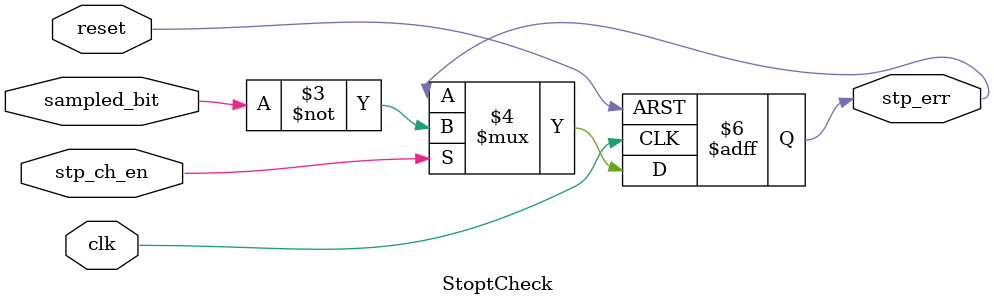
<source format=v>
module StoptCheck (
    input clk , reset ,
    input sampled_bit , stp_ch_en ,
    output reg stp_err
);
    always @(posedge clk , negedge reset) begin
        if(~reset) begin
            stp_err <= 0;
        end
        else if (stp_ch_en) begin
            stp_err <= ~sampled_bit ;
        end
    end
endmodule
</source>
